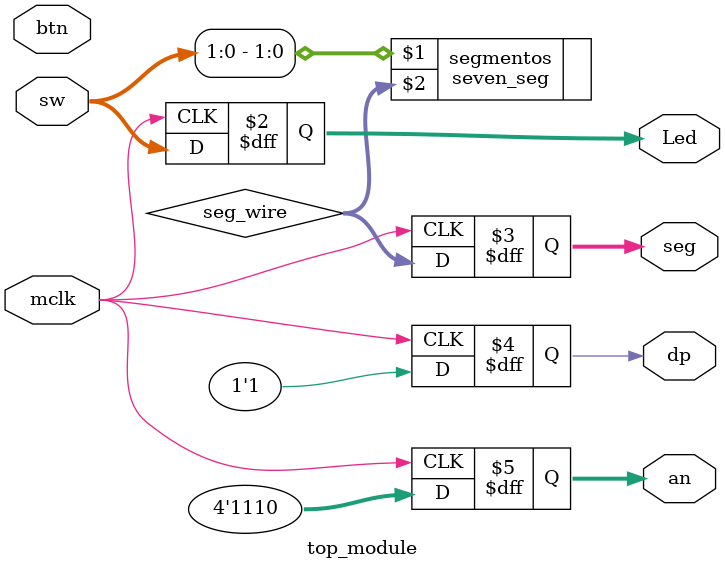
<source format=v>
`timescale 1ns / 1ps
module top_module(
		input mclk,
		input [7:0] sw, 			// Switches
		input [4:0] btn,			// Buttons
		output reg [7:0] Led,	// Leds
		output reg [6:0] seg, 	// 7 segment
		output reg dp, 			// 7 segment decimal point
		output reg [3:0] an		// 7 segment selector
    );
	
	 wire [6:0] seg_wire;
	 
	 seven_seg segmentos(sw[1:0], seg_wire);
	 
	 always @(posedge mclk)
	 begin
		an = 4'b1110;
		dp = 1;
		Led = sw;
		seg = seg_wire;
	 end
	
endmodule

</source>
